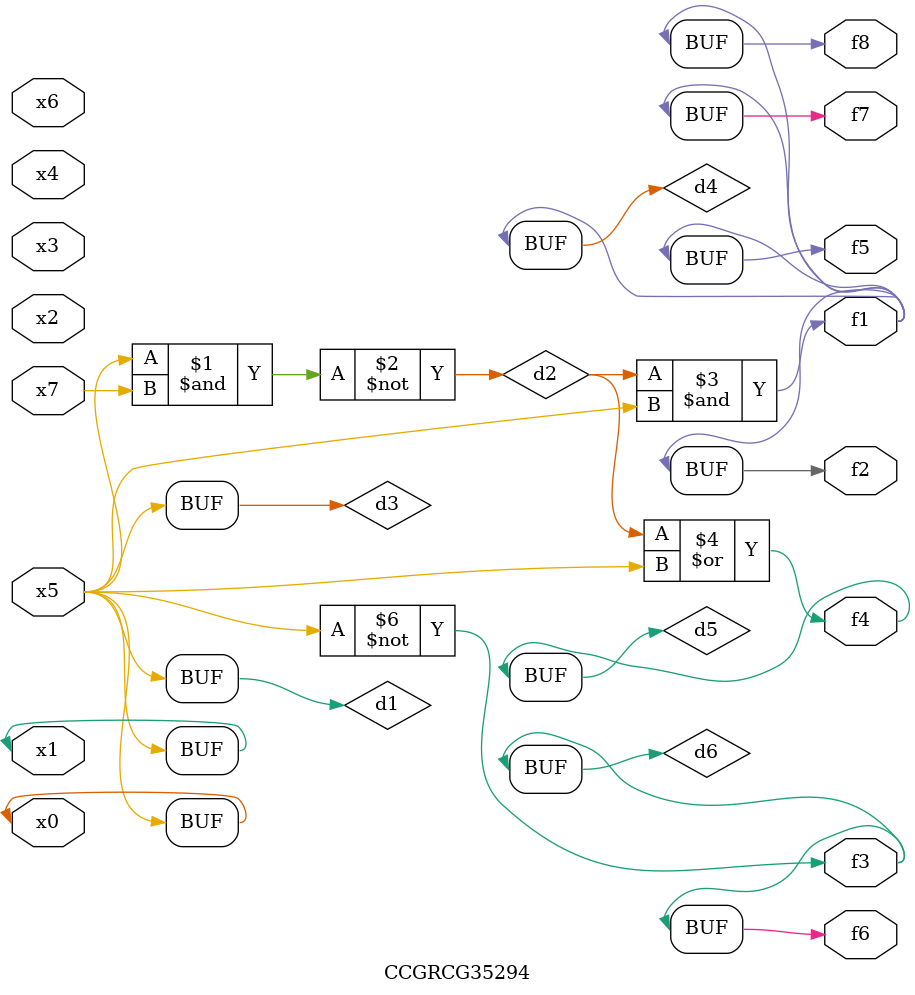
<source format=v>
module CCGRCG35294(
	input x0, x1, x2, x3, x4, x5, x6, x7,
	output f1, f2, f3, f4, f5, f6, f7, f8
);

	wire d1, d2, d3, d4, d5, d6;

	buf (d1, x0, x5);
	nand (d2, x5, x7);
	buf (d3, x0, x1);
	and (d4, d2, d3);
	or (d5, d2, d3);
	nor (d6, d1, d3);
	assign f1 = d4;
	assign f2 = d4;
	assign f3 = d6;
	assign f4 = d5;
	assign f5 = d4;
	assign f6 = d6;
	assign f7 = d4;
	assign f8 = d4;
endmodule

</source>
